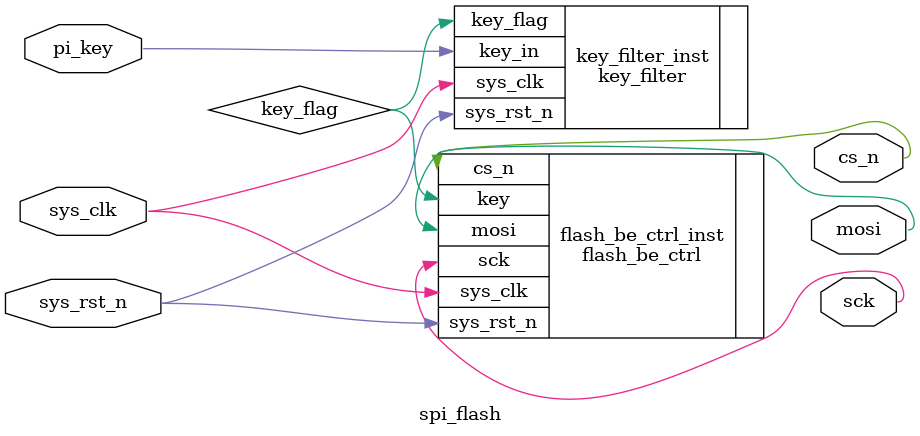
<source format=v>
module  spi_flash
(
    input   wire    sys_clk     ,
    input   wire    sys_rst_n   ,
    input   wire    pi_key      ,
    
    output  wire    sck         ,
    output  wire    cs_n        ,
    output  wire    mosi   


);


wire    key_flag;




flash_be_ctrl   flash_be_ctrl_inst
(
   .sys_clk     (sys_clk  ),
   .sys_rst_n   (sys_rst_n),
   .key         (key_flag ),
 
   .sck         (sck      ),
   .cs_n        (cs_n     ),
   .mosi        (mosi     )

);

key_filter      key_filter_inst

(
    .sys_clk     (sys_clk  ),
    .sys_rst_n   (sys_rst_n),
    .key_in      (pi_key   ),
 
    .key_flag    (key_flag )

);



endmodule
</source>
